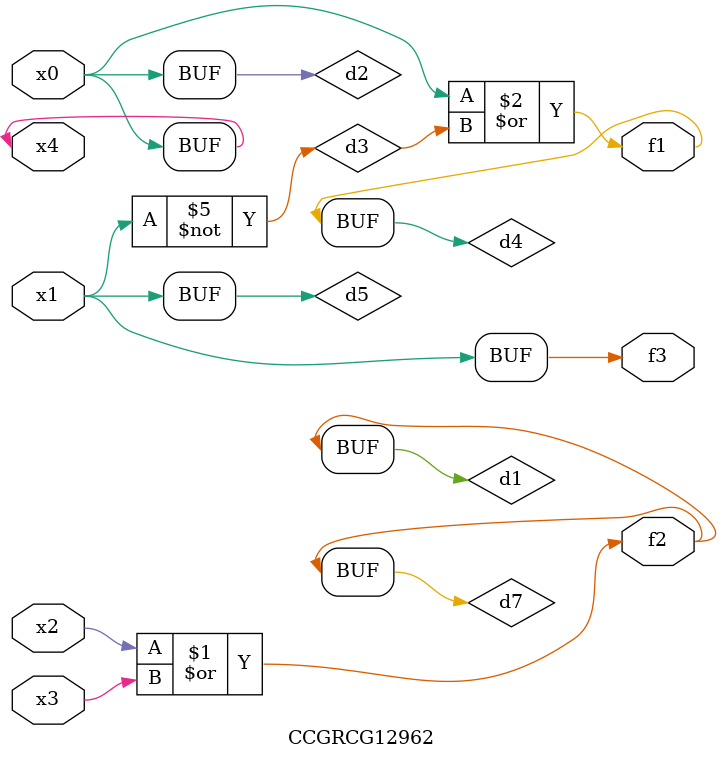
<source format=v>
module CCGRCG12962(
	input x0, x1, x2, x3, x4,
	output f1, f2, f3
);

	wire d1, d2, d3, d4, d5, d6, d7;

	or (d1, x2, x3);
	buf (d2, x0, x4);
	not (d3, x1);
	or (d4, d2, d3);
	not (d5, d3);
	nand (d6, d1, d3);
	or (d7, d1);
	assign f1 = d4;
	assign f2 = d7;
	assign f3 = d5;
endmodule

</source>
